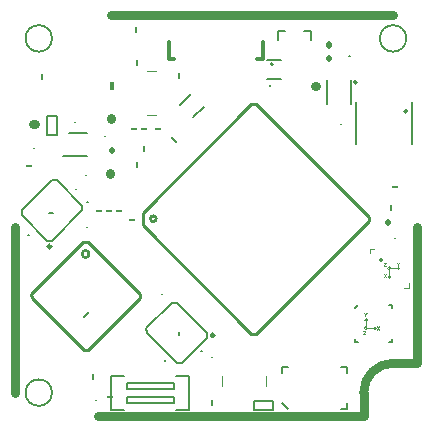
<source format=gto>
G04 Layer_Color=65535*
%FSLAX42Y42*%
%MOMM*%
G71*
G01*
G75*
%ADD64C,0.15*%
%ADD65C,0.15*%
%ADD66C,0.30*%
%ADD68C,0.25*%
%ADD102C,0.13*%
%ADD103C,0.10*%
%ADD104C,0.20*%
%ADD105C,0.80*%
%ADD106C,0.51*%
%ADD107C,0.76*%
%ADD108C,0.05*%
%ADD109R,0.15X0.60*%
%ADD110R,0.60X0.15*%
G04:AMPARAMS|DCode=111|XSize=0.15mm|YSize=0.6mm|CornerRadius=0mm|HoleSize=0mm|Usage=FLASHONLY|Rotation=225.000|XOffset=0mm|YOffset=0mm|HoleType=Round|Shape=Rectangle|*
%AMROTATEDRECTD111*
4,1,4,-0.16,0.27,0.27,-0.16,0.16,-0.27,-0.27,0.16,-0.16,0.27,0.0*
%
%ADD111ROTATEDRECTD111*%

%ADD112R,0.46X0.76*%
G04:AMPARAMS|DCode=113|XSize=0.15mm|YSize=0.6mm|CornerRadius=0mm|HoleSize=0mm|Usage=FLASHONLY|Rotation=315.000|XOffset=0mm|YOffset=0mm|HoleType=Round|Shape=Rectangle|*
%AMROTATEDRECTD113*
4,1,4,-0.27,-0.16,0.16,0.27,0.27,0.16,-0.16,-0.27,-0.27,-0.16,0.0*
%
%ADD113ROTATEDRECTD113*%

D64*
X5230Y5469D02*
Y5670D01*
X5431Y5469D02*
Y5670D01*
X5420Y5875D02*
X5424D01*
X5809Y4330D02*
Y4333D01*
X3096Y5311D02*
Y5315D01*
X3350Y5193D02*
Y5197D01*
X2751Y5090D02*
Y5094D01*
X3046Y5225D02*
X3198D01*
X2996Y5023D02*
X3198D01*
X4723Y5843D02*
X4844D01*
X4723Y5682D02*
X4844D01*
X3279Y2957D02*
Y2960D01*
X3188Y4862D02*
Y4865D01*
X5481Y5126D02*
Y5486D01*
X5954Y5126D02*
Y5486D01*
X4752Y5620D02*
Y5624D01*
X2704Y4358D02*
X2707Y4360D01*
X3106Y4747D02*
X3108Y4749D01*
X3198Y4425D02*
Y4428D01*
X3200Y4638D02*
X3204D01*
X2647Y4524D02*
X2648Y4565D01*
X2903Y4819D01*
X2945Y4821D01*
X3158Y4607D01*
X3158Y4565D02*
X3158Y4607D01*
X2903Y4310D02*
X3158Y4565D01*
X2861Y4310D02*
X2903Y4310D01*
X2647Y4524D02*
X2861Y4310D01*
X2882Y4543D02*
X2910D01*
X3832Y3856D02*
X3835Y3854D01*
X4254Y3326D02*
X4256Y3323D01*
X5354Y5296D02*
Y5299D01*
X4166Y3375D02*
X4169Y3372D01*
X3858Y3294D02*
X3860Y3296D01*
X3960Y3273D02*
X4001Y3272D01*
X3705Y3528D02*
X3960Y3273D01*
X3703Y3569D02*
X3705Y3528D01*
X3703Y3569D02*
X3917Y3783D01*
X3960Y3783D01*
X4214Y3528D01*
X4214Y3486D01*
X4001Y3272D02*
X4214Y3486D01*
X3981Y3507D02*
Y3535D01*
D65*
X5487Y5650D02*
G03*
X5487Y5650I-15J0D01*
G01*
X4773Y5803D02*
G03*
X4773Y5803I-10J0D01*
G01*
D66*
X2892Y4260D02*
G03*
X2892Y4260I-10J0D01*
G01*
X4274Y3507D02*
G03*
X4274Y3507I-10J0D01*
G01*
X3890Y5845D02*
X3940D01*
X3890D02*
Y5994D01*
X4641Y5845D02*
X4691D01*
Y5994D01*
D68*
X3786Y4495D02*
G03*
X3786Y4495I-25J0D01*
G01*
X3218Y4197D02*
G03*
X3218Y4197I-30J0D01*
G01*
X3672Y4442D02*
X4592Y3521D01*
X4628D01*
X5583Y4476D01*
X5583Y4512D01*
X4628Y5467D02*
X5583Y4512D01*
X4592Y5467D02*
X4628D01*
X3672Y4547D02*
X4592Y5467D01*
X3672Y4442D02*
X3672Y4547D01*
X3207Y4301D02*
X3647Y3861D01*
X3168Y4301D02*
X3207D01*
X2728Y3861D02*
X3168Y4301D01*
X2728Y3861D02*
X2730Y3823D01*
X3170Y3383D01*
X3206D01*
X3646Y3823D01*
X3647Y3861D01*
D102*
X3967Y2843D02*
G03*
X3967Y2843I-10J0D01*
G01*
X5703Y4145D02*
G03*
X5703Y4145I-13J0D01*
G01*
X5903Y6022D02*
G03*
X5903Y6022I-112J0D01*
G01*
X2903D02*
G03*
X2903Y6022I-112J0D01*
G01*
Y3023D02*
G03*
X2903Y3023I-112J0D01*
G01*
X3406Y3167D02*
X3516D01*
X3406Y2876D02*
X3516D01*
X3406D02*
Y3167D01*
X3536Y3053D02*
X3937D01*
X3536Y3104D02*
X3937D01*
X3536Y3053D02*
Y3104D01*
Y2933D02*
Y2983D01*
X3937D01*
X3536Y2933D02*
X3937D01*
X4067Y2876D02*
Y3167D01*
X3957Y2876D02*
X4067D01*
X3957Y3167D02*
X4067D01*
X3937Y2933D02*
Y2983D01*
Y3053D02*
Y3104D01*
X4616Y2873D02*
Y2954D01*
X4778D01*
Y2873D02*
Y2954D01*
X4616Y2873D02*
X4778D01*
X2863Y5202D02*
Y5363D01*
Y5202D02*
X2944D01*
Y5363D01*
X2863D02*
X2944D01*
D103*
X5773Y4077D02*
G03*
X5773Y4077I-15J0D01*
G01*
X5574Y3569D02*
G03*
X5574Y3569I-15J0D01*
G01*
X5829Y4067D02*
X5845Y4077D01*
X5829Y4067D02*
Y4087D01*
X5845Y4077D01*
X5758D02*
X5845D01*
X5748Y4007D02*
X5758Y3997D01*
X5748Y4007D02*
X5768D01*
X5758Y3997D02*
X5768Y4007D01*
X5758Y3997D02*
Y4077D01*
X5885Y3912D02*
X5923D01*
Y3952D01*
X5593Y4242D02*
X5633D01*
X5593Y4204D02*
Y4242D01*
X4714Y3082D02*
Y3162D01*
X4344Y3082D02*
Y3162D01*
X3706Y5745D02*
X3787D01*
X3706Y5375D02*
X3787D01*
X5629Y3579D02*
X5649Y3569D01*
X5629Y3559D02*
Y3579D01*
Y3559D02*
X5649Y3569D01*
X5559D02*
X5649D01*
X5559Y3659D02*
X5569Y3639D01*
X5549D02*
X5569D01*
X5549D02*
X5559Y3659D01*
Y3569D02*
Y3659D01*
D104*
X5913Y5405D02*
G03*
X5913Y5405I-15J0D01*
G01*
X4096Y5355D02*
X4186Y5444D01*
X3988Y5462D02*
X4078Y5552D01*
X5098Y6007D02*
Y6088D01*
X5037D02*
X5098D01*
X4816Y6007D02*
Y6088D01*
X4876D01*
X4851Y2936D02*
X4902Y2886D01*
X5353D02*
X5403D01*
Y2936D01*
X5353Y3236D02*
X5403D01*
Y3188D02*
Y3236D01*
X4851D02*
X4902D01*
X4851Y3188D02*
Y3236D01*
X5469Y3741D02*
X5494Y3767D01*
X5756D02*
X5781D01*
Y3741D02*
Y3767D01*
X5469Y3454D02*
Y3479D01*
Y3454D02*
X5494D01*
X5781D02*
Y3479D01*
X5756Y3454D02*
X5781D01*
D105*
X5791Y3272D02*
G03*
X5542Y3023I0J-249D01*
G01*
X3292Y2825D02*
X5542D01*
Y3023D01*
X5791Y3272D02*
X5990D01*
Y4425D01*
X3399Y6220D02*
X5791D01*
X2590Y3024D02*
Y4425D01*
D106*
X5250Y5850D02*
Y5860D01*
Y5961D02*
Y5972D01*
X3411Y5067D02*
Y5077D01*
X5748Y4458D02*
Y4468D01*
D107*
X5131Y5616D02*
X5141D01*
X3391Y4872D02*
Y4882D01*
X3401Y5339D02*
Y5349D01*
X2746Y5296D02*
X2756D01*
D108*
X5713Y4123D02*
X5730D01*
Y4119D01*
X5713Y4101D01*
Y4097D01*
X5730D01*
X5824Y4123D02*
Y4119D01*
X5833Y4110D01*
X5841Y4119D01*
Y4123D01*
X5833Y4110D02*
Y4097D01*
X5713Y4028D02*
X5730Y4002D01*
Y4028D02*
X5713Y4002D01*
X5656Y3583D02*
X5673Y3557D01*
Y3583D02*
X5656Y3557D01*
X5539Y3543D02*
X5556D01*
Y3538D01*
X5539Y3521D01*
Y3517D01*
X5556D01*
X5549Y3698D02*
Y3693D01*
X5557Y3685D01*
X5566Y3693D01*
Y3698D01*
X5557Y3685D02*
Y3672D01*
D109*
X3254Y3154D02*
D03*
X3980Y5702D02*
D03*
X5773Y4582D02*
D03*
X3625Y5814D02*
D03*
X3614Y6089D02*
D03*
X3622Y4953D02*
D03*
X3686Y5083D02*
D03*
X2822Y5692D02*
D03*
X4256Y2933D02*
D03*
D110*
X3802Y5258D02*
D03*
X3385Y4557D02*
D03*
X3472D02*
D03*
X5806Y4768D02*
D03*
X3594Y5255D02*
D03*
X3685D02*
D03*
X2710Y4940D02*
D03*
X3393Y2982D02*
D03*
X3579Y4483D02*
D03*
X3302Y4557D02*
D03*
D111*
X3935Y5161D02*
D03*
D112*
X3411Y5621D02*
D03*
D113*
X3193Y3681D02*
D03*
M02*

</source>
